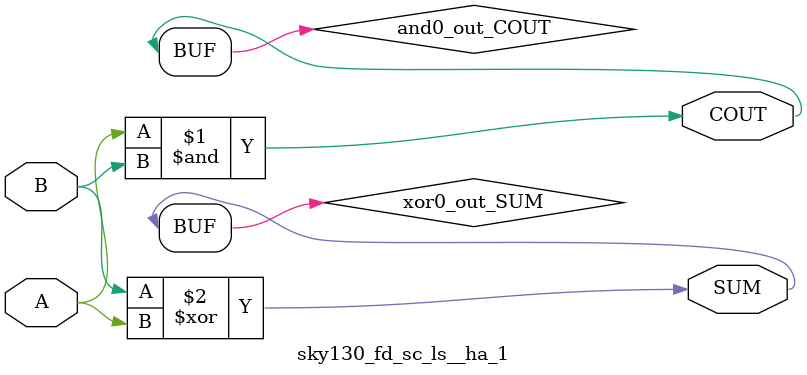
<source format=v>
/*
 * Copyright 2020 The SkyWater PDK Authors
 *
 * Licensed under the Apache License, Version 2.0 (the "License");
 * you may not use this file except in compliance with the License.
 * You may obtain a copy of the License at
 *
 *     https://www.apache.org/licenses/LICENSE-2.0
 *
 * Unless required by applicable law or agreed to in writing, software
 * distributed under the License is distributed on an "AS IS" BASIS,
 * WITHOUT WARRANTIES OR CONDITIONS OF ANY KIND, either express or implied.
 * See the License for the specific language governing permissions and
 * limitations under the License.
 *
 * SPDX-License-Identifier: Apache-2.0
*/


`ifndef SKY130_FD_SC_LS__HA_1_FUNCTIONAL_V
`define SKY130_FD_SC_LS__HA_1_FUNCTIONAL_V

/**
 * ha: Half adder.
 *
 * Verilog simulation functional model.
 */

`timescale 1ns / 1ps
`default_nettype none

`celldefine
module sky130_fd_sc_ls__ha_1 (
    COUT,
    SUM ,
    A   ,
    B
);

    // Module ports
    output COUT;
    output SUM ;
    input  A   ;
    input  B   ;

    // Local signals
    wire and0_out_COUT;
    wire xor0_out_SUM ;

    //  Name  Output         Other arguments
    and and0 (and0_out_COUT, A, B           );
    buf buf0 (COUT         , and0_out_COUT  );
    xor xor0 (xor0_out_SUM , B, A           );
    buf buf1 (SUM          , xor0_out_SUM   );

endmodule
`endcelldefine

`default_nettype wire
`endif  // SKY130_FD_SC_LS__HA_1_FUNCTIONAL_V

</source>
